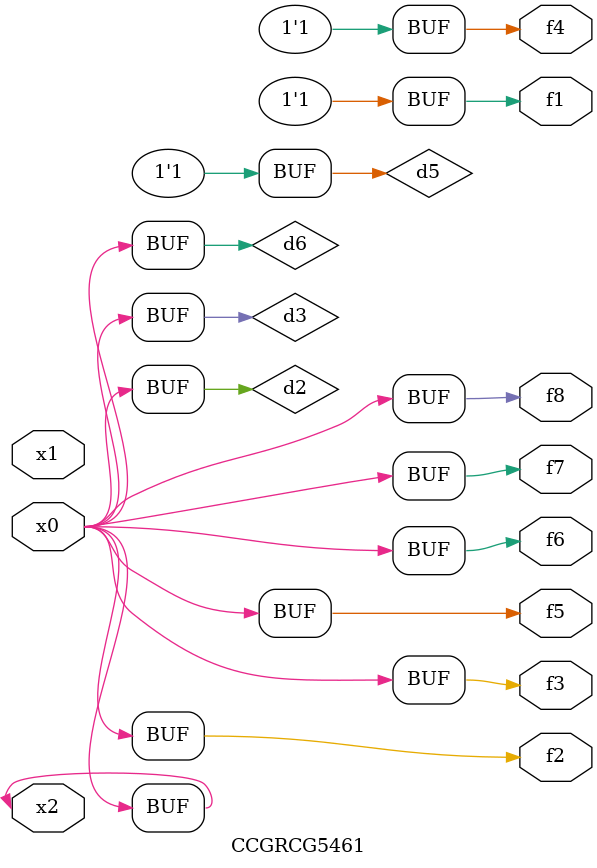
<source format=v>
module CCGRCG5461(
	input x0, x1, x2,
	output f1, f2, f3, f4, f5, f6, f7, f8
);

	wire d1, d2, d3, d4, d5, d6;

	xnor (d1, x2);
	buf (d2, x0, x2);
	and (d3, x0);
	xnor (d4, x1, x2);
	nand (d5, d1, d3);
	buf (d6, d2, d3);
	assign f1 = d5;
	assign f2 = d6;
	assign f3 = d6;
	assign f4 = d5;
	assign f5 = d6;
	assign f6 = d6;
	assign f7 = d6;
	assign f8 = d6;
endmodule

</source>
